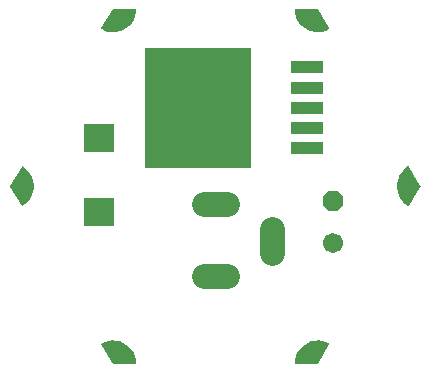
<source format=gbr>
G04 EAGLE Gerber RS-274X export*
G75*
%MOMM*%
%FSLAX34Y34*%
%LPD*%
%INSoldermask Bottom*%
%IPPOS*%
%AMOC8*
5,1,8,0,0,1.08239X$1,22.5*%
G01*
%ADD10C,1.101600*%
%ADD11R,2.794000X1.117600*%
%ADD12R,9.042400X10.261600*%
%ADD13P,1.842011X8X112.500000*%
%ADD14C,1.701800*%
%ADD15R,2.551600X2.351600*%
%ADD16C,2.101600*%

G36*
X509929Y329213D02*
X509929Y329213D01*
X510000Y329213D01*
X510027Y329224D01*
X510056Y329227D01*
X510118Y329262D01*
X510183Y329290D01*
X510204Y329310D01*
X510229Y329325D01*
X510292Y329402D01*
X510322Y329432D01*
X510326Y329442D01*
X510335Y329453D01*
X519835Y345953D01*
X519845Y345985D01*
X519854Y345998D01*
X519858Y346022D01*
X519859Y346026D01*
X519890Y346096D01*
X519890Y346120D01*
X519898Y346142D01*
X519892Y346218D01*
X519893Y346295D01*
X519883Y346319D01*
X519882Y346340D01*
X519861Y346379D01*
X519835Y346451D01*
X510335Y362951D01*
X510316Y362973D01*
X510303Y362999D01*
X510250Y363047D01*
X510203Y363100D01*
X510177Y363113D01*
X510156Y363132D01*
X510088Y363155D01*
X510024Y363186D01*
X509995Y363188D01*
X509968Y363197D01*
X509896Y363192D01*
X509825Y363195D01*
X509798Y363185D01*
X509769Y363183D01*
X509679Y363141D01*
X509639Y363126D01*
X509631Y363119D01*
X509618Y363113D01*
X507095Y361371D01*
X507071Y361347D01*
X507033Y361320D01*
X504821Y359196D01*
X504802Y359168D01*
X504768Y359136D01*
X502926Y356685D01*
X502912Y356654D01*
X502883Y356617D01*
X501458Y353902D01*
X501449Y353871D01*
X501433Y353846D01*
X501432Y353838D01*
X501427Y353828D01*
X500456Y350920D01*
X500452Y350886D01*
X500437Y350842D01*
X499945Y347815D01*
X499946Y347781D01*
X499938Y347735D01*
X499938Y344669D01*
X499939Y344665D01*
X499939Y344663D01*
X499945Y344636D01*
X499945Y344589D01*
X500437Y341562D01*
X500449Y341531D01*
X500456Y341484D01*
X501427Y338576D01*
X501444Y338547D01*
X501458Y338502D01*
X502883Y335787D01*
X502905Y335761D01*
X502926Y335719D01*
X504768Y333268D01*
X504793Y333245D01*
X504821Y333208D01*
X507033Y331084D01*
X507061Y331066D01*
X507095Y331033D01*
X509618Y329291D01*
X509645Y329280D01*
X509667Y329261D01*
X509736Y329241D01*
X509801Y329213D01*
X509830Y329213D01*
X509858Y329205D01*
X509929Y329213D01*
G37*
G36*
X182508Y329212D02*
X182508Y329212D01*
X182579Y329209D01*
X182606Y329219D01*
X182635Y329221D01*
X182725Y329263D01*
X182765Y329278D01*
X182773Y329285D01*
X182786Y329291D01*
X185309Y331033D01*
X185333Y331057D01*
X185371Y331084D01*
X187583Y333208D01*
X187602Y333236D01*
X187636Y333268D01*
X189478Y335719D01*
X189492Y335750D01*
X189521Y335787D01*
X190946Y338502D01*
X190955Y338535D01*
X190977Y338576D01*
X191948Y341484D01*
X191952Y341518D01*
X191967Y341562D01*
X192459Y344589D01*
X192458Y344623D01*
X192466Y344669D01*
X192466Y347735D01*
X192459Y347768D01*
X192459Y347815D01*
X191967Y350842D01*
X191955Y350873D01*
X191948Y350920D01*
X190977Y353828D01*
X190964Y353851D01*
X190958Y353876D01*
X190951Y353885D01*
X190946Y353902D01*
X189521Y356617D01*
X189499Y356643D01*
X189478Y356685D01*
X187636Y359136D01*
X187611Y359159D01*
X187583Y359196D01*
X185371Y361320D01*
X185343Y361338D01*
X185309Y361371D01*
X182786Y363113D01*
X182759Y363124D01*
X182737Y363143D01*
X182668Y363163D01*
X182603Y363191D01*
X182574Y363191D01*
X182546Y363199D01*
X182475Y363191D01*
X182404Y363192D01*
X182377Y363180D01*
X182348Y363177D01*
X182286Y363142D01*
X182221Y363114D01*
X182200Y363094D01*
X182175Y363079D01*
X182112Y363002D01*
X182082Y362972D01*
X182078Y362962D01*
X182069Y362951D01*
X172569Y346451D01*
X172545Y346378D01*
X172514Y346308D01*
X172514Y346284D01*
X172506Y346262D01*
X172513Y346186D01*
X172512Y346109D01*
X172521Y346085D01*
X172522Y346064D01*
X172543Y346025D01*
X172562Y345973D01*
X172563Y345967D01*
X172565Y345965D01*
X172569Y345953D01*
X182069Y329453D01*
X182088Y329431D01*
X182101Y329405D01*
X182154Y329357D01*
X182201Y329304D01*
X182227Y329291D01*
X182249Y329272D01*
X182316Y329249D01*
X182380Y329218D01*
X182409Y329217D01*
X182436Y329207D01*
X182508Y329212D01*
G37*
G36*
X432878Y195718D02*
X432878Y195718D01*
X432956Y195727D01*
X432975Y195738D01*
X432997Y195742D01*
X433061Y195786D01*
X433129Y195825D01*
X433145Y195844D01*
X433161Y195855D01*
X433185Y195893D01*
X433235Y195953D01*
X442735Y212453D01*
X442744Y212480D01*
X442760Y212504D01*
X442775Y212574D01*
X442798Y212642D01*
X442795Y212670D01*
X442801Y212698D01*
X442788Y212769D01*
X442782Y212840D01*
X442769Y212865D01*
X442763Y212893D01*
X442723Y212953D01*
X442690Y213016D01*
X442668Y213034D01*
X442652Y213058D01*
X442569Y213116D01*
X442537Y213143D01*
X442526Y213146D01*
X442516Y213153D01*
X439750Y214462D01*
X439717Y214470D01*
X439674Y214490D01*
X436734Y215338D01*
X436700Y215341D01*
X436656Y215354D01*
X433618Y215719D01*
X433584Y215716D01*
X433537Y215722D01*
X430480Y215595D01*
X430447Y215587D01*
X430400Y215586D01*
X427403Y214970D01*
X427372Y214957D01*
X427326Y214948D01*
X424466Y213859D01*
X424438Y213841D01*
X424394Y213825D01*
X421746Y212291D01*
X421720Y212269D01*
X421680Y212246D01*
X419312Y210308D01*
X419290Y210281D01*
X419254Y210252D01*
X417227Y207959D01*
X417211Y207930D01*
X417179Y207895D01*
X415547Y205307D01*
X415535Y205275D01*
X415510Y205236D01*
X414314Y202419D01*
X414307Y202386D01*
X414304Y202379D01*
X414300Y202373D01*
X414299Y202367D01*
X414288Y202343D01*
X413560Y199371D01*
X413558Y199337D01*
X413547Y199292D01*
X413304Y196242D01*
X413308Y196213D01*
X413303Y196185D01*
X413320Y196116D01*
X413328Y196044D01*
X413343Y196020D01*
X413349Y195992D01*
X413392Y195934D01*
X413428Y195872D01*
X413450Y195855D01*
X413467Y195832D01*
X413529Y195795D01*
X413586Y195752D01*
X413614Y195745D01*
X413638Y195730D01*
X413738Y195714D01*
X413779Y195703D01*
X413789Y195705D01*
X413802Y195703D01*
X432802Y195703D01*
X432878Y195718D01*
G37*
G36*
X433571Y476687D02*
X433571Y476687D01*
X433618Y476685D01*
X436656Y477050D01*
X436688Y477061D01*
X436734Y477066D01*
X439674Y477914D01*
X439704Y477930D01*
X439750Y477942D01*
X442516Y479251D01*
X442538Y479268D01*
X442565Y479278D01*
X442617Y479327D01*
X442675Y479370D01*
X442689Y479395D01*
X442710Y479414D01*
X442739Y479480D01*
X442775Y479542D01*
X442778Y479570D01*
X442790Y479596D01*
X442791Y479668D01*
X442800Y479739D01*
X442792Y479766D01*
X442793Y479795D01*
X442757Y479890D01*
X442746Y479930D01*
X442739Y479939D01*
X442735Y479951D01*
X433235Y496451D01*
X433183Y496510D01*
X433137Y496572D01*
X433118Y496583D01*
X433103Y496600D01*
X433033Y496634D01*
X432966Y496674D01*
X432942Y496678D01*
X432924Y496686D01*
X432879Y496688D01*
X432802Y496701D01*
X413802Y496701D01*
X413774Y496696D01*
X413746Y496698D01*
X413678Y496676D01*
X413607Y496662D01*
X413584Y496646D01*
X413557Y496637D01*
X413502Y496590D01*
X413443Y496549D01*
X413428Y496525D01*
X413407Y496507D01*
X413375Y496442D01*
X413336Y496382D01*
X413331Y496354D01*
X413319Y496328D01*
X413310Y496227D01*
X413303Y496185D01*
X413305Y496175D01*
X413304Y496162D01*
X413547Y493112D01*
X413556Y493080D01*
X413560Y493033D01*
X414288Y490061D01*
X414303Y490030D01*
X414314Y489985D01*
X415510Y487168D01*
X415529Y487140D01*
X415547Y487097D01*
X417179Y484509D01*
X417203Y484485D01*
X417227Y484445D01*
X419254Y482152D01*
X419281Y482132D01*
X419312Y482096D01*
X421680Y480158D01*
X421710Y480142D01*
X421746Y480113D01*
X424394Y478580D01*
X424426Y478569D01*
X424466Y478545D01*
X427326Y477457D01*
X427359Y477451D01*
X427403Y477434D01*
X430400Y476818D01*
X430434Y476818D01*
X430480Y476809D01*
X433537Y476682D01*
X433571Y476687D01*
G37*
G36*
X278630Y195708D02*
X278630Y195708D01*
X278658Y195706D01*
X278726Y195728D01*
X278797Y195742D01*
X278820Y195758D01*
X278847Y195767D01*
X278902Y195814D01*
X278961Y195855D01*
X278976Y195879D01*
X278998Y195897D01*
X279029Y195962D01*
X279068Y196022D01*
X279073Y196050D01*
X279085Y196076D01*
X279094Y196177D01*
X279101Y196219D01*
X279099Y196229D01*
X279100Y196242D01*
X278857Y199292D01*
X278848Y199324D01*
X278844Y199371D01*
X278116Y202343D01*
X278101Y202374D01*
X278090Y202419D01*
X276894Y205236D01*
X276875Y205264D01*
X276857Y205307D01*
X275225Y207895D01*
X275201Y207919D01*
X275177Y207959D01*
X273150Y210252D01*
X273123Y210272D01*
X273092Y210308D01*
X270725Y212246D01*
X270694Y212262D01*
X270658Y212291D01*
X268010Y213825D01*
X267978Y213835D01*
X267938Y213859D01*
X265078Y214948D01*
X265045Y214953D01*
X265001Y214970D01*
X262004Y215586D01*
X261970Y215586D01*
X261924Y215595D01*
X258867Y215722D01*
X258833Y215717D01*
X258786Y215719D01*
X255748Y215354D01*
X255716Y215343D01*
X255670Y215338D01*
X252730Y214490D01*
X252700Y214474D01*
X252655Y214462D01*
X249889Y213153D01*
X249866Y213136D01*
X249839Y213126D01*
X249787Y213077D01*
X249729Y213034D01*
X249715Y213009D01*
X249694Y212990D01*
X249665Y212924D01*
X249629Y212862D01*
X249626Y212834D01*
X249614Y212808D01*
X249613Y212736D01*
X249604Y212665D01*
X249612Y212638D01*
X249612Y212609D01*
X249647Y212514D01*
X249658Y212474D01*
X249665Y212465D01*
X249669Y212453D01*
X259169Y195953D01*
X259221Y195895D01*
X259267Y195832D01*
X259286Y195821D01*
X259301Y195804D01*
X259371Y195770D01*
X259438Y195730D01*
X259463Y195726D01*
X259480Y195718D01*
X259525Y195716D01*
X259602Y195703D01*
X278602Y195703D01*
X278630Y195708D01*
G37*
G36*
X261924Y476809D02*
X261924Y476809D01*
X261957Y476817D01*
X262004Y476818D01*
X265001Y477434D01*
X265032Y477447D01*
X265078Y477457D01*
X267938Y478545D01*
X267967Y478563D01*
X268010Y478580D01*
X270658Y480113D01*
X270684Y480135D01*
X270725Y480158D01*
X273092Y482096D01*
X273114Y482123D01*
X273150Y482152D01*
X275177Y484445D01*
X275194Y484474D01*
X275225Y484509D01*
X276857Y487097D01*
X276869Y487129D01*
X276894Y487168D01*
X278090Y489985D01*
X278097Y490018D01*
X278116Y490061D01*
X278844Y493033D01*
X278846Y493067D01*
X278857Y493112D01*
X279100Y496162D01*
X279096Y496191D01*
X279101Y496219D01*
X279084Y496288D01*
X279076Y496360D01*
X279062Y496384D01*
X279055Y496412D01*
X279012Y496470D01*
X278977Y496532D01*
X278954Y496549D01*
X278937Y496572D01*
X278875Y496609D01*
X278818Y496652D01*
X278790Y496659D01*
X278766Y496674D01*
X278666Y496690D01*
X278625Y496701D01*
X278615Y496699D01*
X278602Y496701D01*
X259602Y496701D01*
X259526Y496686D01*
X259448Y496677D01*
X259429Y496666D01*
X259407Y496662D01*
X259343Y496618D01*
X259275Y496579D01*
X259259Y496560D01*
X259243Y496549D01*
X259219Y496511D01*
X259169Y496451D01*
X249669Y479951D01*
X249660Y479924D01*
X249644Y479900D01*
X249629Y479830D01*
X249606Y479762D01*
X249609Y479734D01*
X249603Y479706D01*
X249617Y479636D01*
X249622Y479564D01*
X249635Y479539D01*
X249641Y479511D01*
X249681Y479451D01*
X249714Y479388D01*
X249736Y479370D01*
X249752Y479346D01*
X249835Y479288D01*
X249867Y479261D01*
X249878Y479258D01*
X249889Y479251D01*
X252655Y477942D01*
X252688Y477934D01*
X252730Y477914D01*
X255670Y477066D01*
X255704Y477063D01*
X255748Y477050D01*
X258786Y476685D01*
X258820Y476688D01*
X258867Y476682D01*
X261924Y476809D01*
G37*
D10*
X428802Y489302D03*
X511402Y346202D03*
X428802Y203102D03*
X263602Y203102D03*
X181002Y346202D03*
X263602Y489302D03*
D11*
X423748Y446862D03*
X423748Y429844D03*
X423748Y412826D03*
X423748Y395808D03*
X423748Y378790D03*
D12*
X331800Y412826D03*
D13*
X445770Y334010D03*
D14*
X445770Y298450D03*
D15*
X247650Y387100D03*
X247650Y324100D03*
D16*
X336227Y330949D02*
X356227Y330949D01*
X356227Y269949D02*
X336227Y269949D01*
X394227Y289949D02*
X394227Y309949D01*
M02*

</source>
